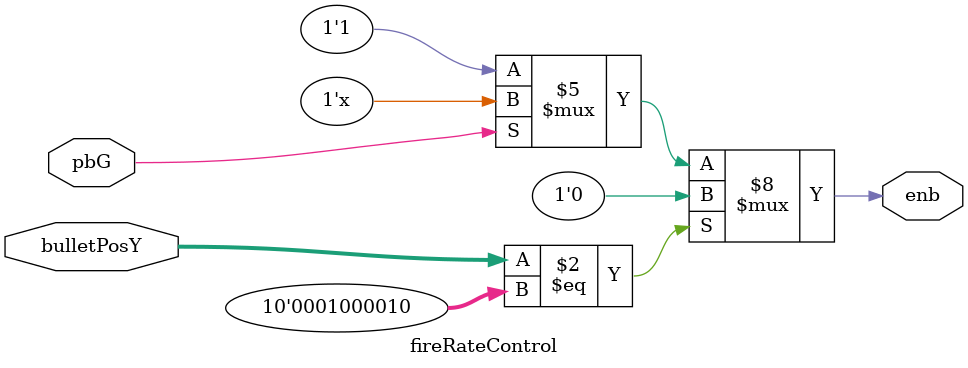
<source format=v>
`timescale 1ns / 1ps
module fireRateControl(bulletPosY,
							  pbG,
							  enb
    );

	input [9:0] bulletPosY;
	input pbG;
	output reg enb = 0;
	
	always @(bulletPosY or pbG) begin 
		if(bulletPosY == 66) begin 
			enb <= 0;
		end
		else if (~pbG) begin 
			enb <= 1;
		end
	end

endmodule

</source>
